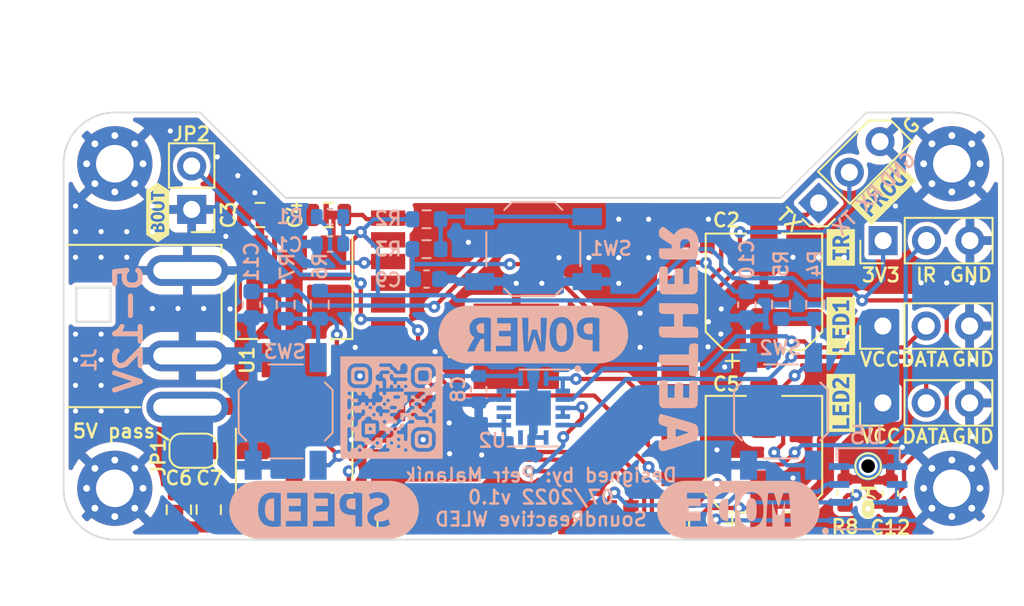
<source format=kicad_pcb>
(kicad_pcb (version 20211014) (generator pcbnew)
  (layers (0 "F.Cu" signal) (31 "B.Cu" signal) (34 "B.Paste" user) (35 "F.Paste" user) (36 "B.SilkS" user "B.Silkscreen") (37 "F.SilkS" user "F.Silkscreen") (38 "B.Mask" user) (39 "F.Mask" user) (44 "Edge.Cuts" user))
  (net 0 "")
  (net 1 "+3.3V")
  (net 2 "GND")
  (net 3 "+12V")
  (net 4 "+5V")
  (net 5 "/BTN_P")
  (net 6 "/BTN_M")
  (net 7 "/BTN_S")
  (net 8 "Net-(J2-Pad2)")
  (net 9 "Net-(J3-Pad2)")
  (net 10 "/IR")
  (net 11 "/TX")
  (net 12 "/RX")
  (net 13 "/BOOT")
  (net 14 "Net-(R1-Pad2)")
  (net 15 "Net-(R2-Pad2)")
  (net 16 "Net-(R4-Pad2)")
  (net 17 "Net-(R6-Pad2)")
  (net 18 "/LED_1")
  (net 19 "/LED_2")
  (net 26 "/I2S_SD")
  (net 31 "/I2S_SCK")
  (net 40 "/I2S_WS")
  (footprint "Package_TO_SOT_SMD:SOT-223-3_TabPin2" (layer "F.Cu") (at 133.5 91.35 -90)
    (fp_text reference "U1")
    (fp_text value "NCP1117-3.3V")
  )
  (footprint "kibuzzard-62D1B70F" (layer "F.Cu") (at 165.5 92.5 90)
    (fp_text reference "kibuzzard-62D1B70F" hide)
    (fp_text value "G***" hide)
  )
  (footprint "MountingHole:MountingHole_2.2mm_M2_Pad_Via" (layer "F.Cu") (at 172 83)
    (fp_text reference "H3" hide)
    (fp_text value "M2")
  )
  (footprint "Connector_PinHeader_2.54mm:PinHeader_1x03_P2.54mm_Vertical" (layer "F.Cu") (at 167.975 87.5 90)
    (fp_text reference "J4" hide)
    (fp_text value "IR")
  )
  (footprint "MountingHole:MountingHole_2.2mm_M2_Pad_Via" (layer "F.Cu") (at 123 102)
    (fp_text reference "H2" hide)
    (fp_text value "M2")
  )
  (footprint "RF_Module:ESP32-WROOM-32" (layer "F.Cu") (at 147.5 94.44)
    (fp_text reference "U3")
    (fp_text value "ESP32-WROOM-32D")
  )
  (footprint "kibuzzard-62D1B654" (layer "F.Cu") (at 168 84.7 45)
    (fp_text reference "kibuzzard-62D1B654" hide)
    (fp_text value "G***" hide)
  )
  (footprint "TCY_passives:C_0603_1608Metric" (layer "F.Cu") (at 168.4 102.3 90)
    (fp_text reference "C12")
    (fp_text value "100nF")
  )
  (footprint "kibuzzard-62D1B701" (layer "F.Cu") (at 165.5 97 90)
    (fp_text reference "kibuzzard-62D1B701" hide)
    (fp_text value "G***" hide)
  )
  (footprint "TCY_passives:C_0805_2012Metric" (layer "F.Cu") (at 128.5 103.25 -90)
    (fp_text reference "C7")
    (fp_text value "10uF")
  )
  (footprint "kibuzzard-62D2D12D" (layer "F.Cu") (at 125.51 85.86 90)
    (fp_text reference "kibuzzard-62D2D12D" hide)
    (fp_text value "G***" hide)
  )
  (footprint "TCY_connectors:Barrel_jack_short" (layer "F.Cu") (at 123.5 92.5)
    (fp_text reference "J1")
    (fp_text value "Barrel_Jack_Switch")
    (fp_rect (start -2.75 -2.25) (end -0.75 -0.25) (layer "Edge.Cuts") (width 0.12) (fill none))
  )
  (footprint "Connector_PinHeader_2.54mm:PinHeader_1x03_P2.54mm_Vertical" (layer "F.Cu") (at 167.96 92.5 90)
    (fp_text reference "J3" hide)
    (fp_text value "LED_2")
  )
  (footprint "TCY_passives:C_0805_2012Metric" (layer "F.Cu") (at 126.75 103.25 -90)
    (fp_text reference "C6")
    (fp_text value "10uF")
  )
  (footprint "Connector_PinHeader_2.54mm:PinHeader_1x03_P2.54mm_Vertical" (layer "F.Cu") (at 167.96 97 90)
    (fp_text reference "J2" hide)
    (fp_text value "LED_1")
  )
  (footprint "Package_TO_SOT_SMD:SOT-223-3_TabPin2" (layer "F.Cu") (at 133.5 100.35 -90)
    (fp_text reference "U4")
    (fp_text value "NCP1117-5.0_SOT223")
  )
  (footprint "MountingHole:MountingHole_2.2mm_M2_Pad_Via" (layer "F.Cu") (at 123 83)
    (fp_text reference "H1" hide)
    (fp_text value "M2")
  )
  (footprint "Jumper:SolderJumper-2_P1.3mm_Open_RoundedPad1.0x1.5mm" (layer "F.Cu") (at 127.6 99.8)
    (fp_text reference "JP1")
    (fp_text value "5V_PASSTHROUGH")
  )
  (footprint "Connector_PinHeader_2.54mm:PinHeader_1x02_P2.54mm_Vertical" (layer "F.Cu") (at 127.5 85.675 180)
    (fp_text reference "JP2")
    (fp_text value "BOOT")
  )
  (footprint "TCY_passives:C_0805_2012Metric" (layer "F.Cu") (at 131.5 86)
    (fp_text reference "C3")
    (fp_text value "10uF")
  )
  (footprint "Capacitor_SMD:CP_Elec_6.3x7.7" (layer "F.Cu") (at 161 100 90)
    (fp_text reference "C5")
    (fp_text value "330uF/16V")
  )
  (footprint "TCY_passives:C_0805_2012Metric" (layer "F.Cu") (at 135.5 86)
    (fp_text reference "C4")
    (fp_text value "10uF")
  )
  (footprint "Capacitor_SMD:CP_Elec_6.3x7.7" (layer "F.Cu") (at 161 90.5 90)
    (fp_text reference "C2")
    (fp_text value "330uF/16V")
  )
  (footprint "Connector_PinHeader_2.54mm:PinHeader_1x03_P2.54mm_Vertical" (layer "F.Cu") (at 164.203949 85.296051 135)
    (fp_text reference "J5" hide)
    (fp_text value "PROG")
  )
  (footprint "MountingHole:MountingHole_2.2mm_M2_Pad_Via" (layer "F.Cu") (at 172 102)
    (fp_text reference "H4" hide)
    (fp_text value "M2")
  )
  (footprint "TCY_passives:R_0603_1608Metric" (layer "F.Cu") (at 165.75 102.25 90)
    (fp_text reference "R8")
    (fp_text value "100k")
  )
  (footprint "kibuzzard-62D1B640" (layer "F.Cu") (at 165.5 87.9 90)
    (fp_text reference "kibuzzard-62D1B640" hide)
    (fp_text value "G***" hide)
  )
  (footprint "Resistor_SMD:R_0603_1608Metric" (layer "B.Cu") (at 164 91.25 -90)
    (fp_text reference "R4")
    (fp_text value "10k")
  )
  (footprint "Button_Switch_SMD:SW_SPST_TL3342" (layer "B.Cu") (at 133 97.5 -90)
    (fp_text reference "SW3")
    (fp_text value "S")
  )
  (footprint "TCY_passives:R_0603_1608Metric" (layer "B.Cu") (at 135.6 86.1 180)
    (fp_text reference "R1")
    (fp_text value "10k")
  )
  (footprint "LOGO" (layer "B.Cu") (at 156.025 93.375 90)
    (fp_text reference "G***" hide)
    (fp_text value "LOGO" hide)
  )
  (footprint "Resistor_SMD:R_0603_1608Metric" (layer "B.Cu") (at 162 91.25 -90)
    (fp_text reference "R5")
    (fp_text value "1k")
  )
  (footprint "Capacitor_SMD:C_0603_1608Metric" (layer "B.Cu") (at 160 91.25 -90)
    (fp_text reference "C10")
    (fp_text value "100nF")
  )
  (footprint "Button_Switch_SMD:SW_SPST_TL3342" (layer "B.Cu") (at 162 97.5 -90)
    (fp_text reference "SW2")
    (fp_text value "M")
  )
  (footprint "kibuzzard-62D13E43" (layer "B.Cu") (at 147.5 93 180)
    (fp_text reference "kibuzzard-62D13E43" hide)
    (fp_text value "G***" hide)
  )
  (footprint "Resistor_SMD:R_0603_1608Metric" (layer "B.Cu") (at 135 91.25 -90)
    (fp_text reference "R6")
    (fp_text value "10k")
  )
  (footprint "Resistor_SMD:R_0603_1608Metric" (layer "B.Cu") (at 133 91.25 -90)
    (fp_text reference "R7")
    (fp_text value "1k")
  )
  (footprint "Capacitor_SMD:C_0603_1608Metric" (layer "B.Cu") (at 141.25 89.75)
    (fp_text reference "C9")
    (fp_text value "100nF")
  )
  (footprint "kibuzzard-62D13E62" (layer "B.Cu") (at 159.5 103.25 180)
    (fp_text reference "kibuzzard-62D13E62" hide)
    (fp_text value "G***" hide)
  )
  (footprint "Resistor_SMD:R_0603_1608Metric" (layer "B.Cu") (at 141.25 88)
    (fp_text reference "R3")
    (fp_text value "1k")
  )
  (footprint "Resistor_SMD:R_0603_1608Metric" (layer "B.Cu") (at 141.25 86.25)
    (fp_text reference "R2")
    (fp_text value "10k")
  )
  (footprint "TCY_sensors:INMP441" (layer "B.Cu") (at 167.1 102.3)
    (fp_text reference "U5")
    (fp_text value "INMP441")
  )
  (footprint "Package_DFN_QFN:Texas_S-PVQFN-N14" (layer "B.Cu") (at 147.5 97.3 180)
    (fp_text reference "U2")
    (fp_text value "74LS32")
  )
  (footprint "Button_Switch_SMD:SW_SPST_TL3342" (layer "B.Cu") (at 147.5 88)
    (fp_text reference "SW1")
    (fp_text value "PWR")
  )
  (footprint "LOGO" (layer "B.Cu") (at 139.2 97.275 180)
    (fp_text reference "G***" hide)
    (fp_text value "LOGO" hide)
  )
  (footprint "TCY_passives:C_0603_1608Metric" (layer "B.Cu") (at 144.3 96.2 -90)
    (fp_text reference "C8")
    (fp_text value "100nF")
  )
  (footprint "Capacitor_SMD:C_0603_1608Metric" (layer "B.Cu") (at 131 91.25 -90)
    (fp_text reference "C11")
    (fp_text value "100nF")
  )
  (footprint "kibuzzard-62D13E5B" (layer "B.Cu") (at 135.25 103.25 180)
    (fp_text reference "kibuzzard-62D13E5B" hide)
    (fp_text value "G***" hide)
  )
  (footprint "TCY_passives:C_0603_1608Metric" (layer "B.Cu") (at 135.6 87.7 180)
    (fp_text reference "C1")
    (fp_text value "100nF")
  )
  (gr_circle (center 164.6 104.5) (end 164.7 104.5) (layer "B.SilkS") (width 0.2) (fill none))
  (gr_circle (center 150.1 95) (end 150.2 95) (layer "B.SilkS") (width 0.2) (fill none))
  (gr_line (start 125.5 98.75) (end 126.125 99.15) (layer "F.SilkS") (width 0.15))
  (gr_arc (start 175 102) (mid 174.12132 104.12132) (end 172 105) (layer "Edge.Cuts") (width 0.1))
  (gr_arc (start 172 80) (mid 174.12132 80.87868) (end 175 83) (layer "Edge.Cuts") (width 0.1))
  (gr_line (start 167 80) (end 172 80) (layer "Edge.Cuts") (width 0.1))
  (gr_line (start 162 85) (end 167 80) (layer "Edge.Cuts") (width 0.1))
  (gr_line (start 172 105) (end 123 105) (layer "Edge.Cuts") (width 0.1))
  (gr_line (start 175 83) (end 175 102) (layer "Edge.Cuts") (width 0.1))
  (gr_line (start 128 80) (end 123 80) (layer "Edge.Cuts") (width 0.1))
  (gr_arc (start 120 83) (mid 120.87868 80.87868) (end 123 80) (layer "Edge.Cuts") (width 0.1))
  (gr_arc (start 123 105) (mid 120.87868 104.12132) (end 120 102) (layer "Edge.Cuts") (width 0.1))
  (gr_line (start 120 102) (end 120 83) (layer "Edge.Cuts") (width 0.1))
  (gr_line (start 133 85) (end 162 85) (layer "Edge.Cuts") (width 0.1))
  (gr_line (start 133 85) (end 128 80) (layer "Edge.Cuts") (width 0.1))
  (gr_text "GND" (at 168.84 83.38 45) (layer "B.SilkS") (effects (font (size 0.8 0.8)) (justify mirror)))
  (gr_text "RX" (at 167.22 85.02 45) (layer "B.SilkS") (effects (font (size 0.8 0.8)) (justify mirror)))
  (gr_text "Designed by: Petr Malaník\n07/2022 v1.0\nSoundReactive WLED" (at 147.95 102.525) (layer "B.SilkS") (effects (font (size 0.8 0.8)) (justify mirror)))
  (gr_text "5-12V" (at 123.81 92.67 90) (layer "B.SilkS") (effects (font (size 1.5 1.5) (thickness 0.3)) (justify mirror)))
  (gr_text "TX" (at 165.75 86.48 45) (layer "B.SilkS") (effects (font (size 0.8 0.8)) (justify mirror)))
  (gr_text "IR" (at 170.5 89.52) (layer "F.SilkS") (effects (font (size 0.8 0.8))))
  (gr_text "G" (at 169.62 80.8 45) (layer "F.SilkS") (effects (font (size 0.8 0.8))))
  (gr_text "VCC" (at 167.85 98.96) (layer "F.SilkS") (effects (font (size 0.8 0.8))))
  (gr_text "GND" (at 173.24 94.45) (layer "F.SilkS") (effects (font (size 0.8 0.8))))
  (gr_text "DATA" (at 170.49 98.96) (layer "F.SilkS") (effects (font (size 0.8 0.8))))
  (gr_text "GND" (at 173.12 89.51) (layer "F.SilkS") (effects (font (size 0.8 0.8))))
  (gr_text "DATA" (at 170.42 94.46) (layer "F.SilkS") (effects (font (size 0.8 0.8))))
  (gr_text "VCC" (at 167.78 94.46) (layer "F.SilkS") (effects (font (size 0.8 0.8))))
  (gr_text "3V3" (at 167.85 89.52) (layer "F.SilkS") (effects (font (size 0.8 0.8))))
  (gr_text "TX" (at 162.47 86.28 315) (layer "F.SilkS") (effects (font (size 0.8 0.8))))
  (gr_text "5V pass" (at 122.95 98.65) (layer "F.SilkS") (effects (font (size 0.8 0.8))))
  (gr_text "GND" (at 173.24 98.96) (layer "F.SilkS") (effects (font (size 0.8 0.8))))
  (segment (start 137.915 87.515) (end 137.4 87) (width 0.25) (layer "F.Cu") (net 1))
  (segment (start 168.4 103.075) (end 168.4 102.682107) (width 0.25) (layer "F.Cu") (net 1))
  (segment (start 138.485 87.515) (end 137.915 87.515) (width 0.25) (layer "F.Cu") (net 1))
  (segment (start 136.9 87.5) (end 136.9 89.5) (width 0.25) (layer "F.Cu") (net 1))
  (segment (start 171.7 98.2) (end 171.7 91.8) (width 0.25) (layer "F.Cu") (net 1))
  (segment (start 168.4 103.075) (end 167.225 103.075) (width 0.25) (layer "F.Cu") (net 1))
  (segment (start 136.9 89.5) (end 136.7 89.7) (width 0.25) (layer "F.Cu") (net 1))
  (segment (start 168.4 102.682107) (end 169.2 101.882107) (width 0.25) (layer "F.Cu") (net 1))
  (segment (start 133.5 89.7) (end 133.5 94.5) (width 1) (layer "F.Cu") (net 1))
  (segment (start 169.2 100.7) (end 171.7 98.2) (width 0.25) (layer "F.Cu") (net 1))
  (segment (start 137.4 87) (end 136.9 87.5) (width 0.25) (layer "F.Cu") (net 1))
  (segment (start 133.5 88.2) (end 133.5 89.7) (width 1) (layer "F.Cu") (net 1))
  (segment (start 170.9 91) (end 166.745661 91) (width 0.25) (layer "F.Cu") (net 1))
  (segment (start 133.8 86) (end 134.5625 86) (width 0.5) (layer "F.Cu") (net 1))
  (segment (start 133.5 86.3) (end 133.8 86) (width 0.5) (layer "F.Cu") (net 1))
  (segment (start 136.7 89.7) (end 133.5 89.7) (width 0.25) (layer "F.Cu") (net 1))
  (segment (start 171.7 91.8) (end 170.9 91) (width 0.25) (layer "F.Cu") (net 1))
  (segment (start 133.5 88.2) (end 133.5 86.3) (width 0.5) (layer "F.Cu") (net 1))
  (segment (start 167.225 103.075) (end 167.1 103.2) (width 0.25) (layer "F.Cu") (net 1))
  (segment (start 169.2 101.882107) (end 169.2 100.7) (width 0.25) (layer "F.Cu") (net 1))
  (segment (start 139 87.515) (end 138.485 87.515) (width 0.25) (layer "F.Cu") (net 1))
  (via (at 166.745661 91) (size 0.7) (drill 0.3) (layers "F.Cu" "B.Cu") (net 1))
  (via (at 137.4 87) (size 0.7) (drill 0.3) (layers "F.Cu" "B.Cu") (net 1))
  (via (at 167.1 103.2) (size 0.7) (drill 0.3) (layers "F.Cu" "B.Cu") (net 1))
  (segment (start 143 91) (end 153.7 91) (width 0.25) (layer "B.Cu") (net 1))
  (segment (start 138.3 90.7) (end 138.5 90.7) (width 0.25) (layer "B.Cu") (net 1))
  (segment (start 135.275 90.7) (end 135 90.425) (width 0.25) (layer "B.Cu") (net 1))
  (segment (start 167.475 102.825) (end 167.1 103.2) (width 0.25) (layer "B.Cu") (net 1))
  (segment (start 167.975 87.5) (end 167.975 89.770661) (width 0.25) (layer "B.Cu") (net 1))
  (segment (start 138.1 90.7) (end 137.9 90.7) (width 0.25) (layer "B.Cu") (net 1))
  (segment (start 164 90.425) (end 166.170661 90.425) (width 0.25) (layer "B.Cu") (net 1))
  (segment (start 138.4 90.7) (end 138.4 88) (width 0.25) (layer "B.Cu") (net 1))
  (segment (start 159.2 89.7) (end 162.7 89.7) (width 0.25) (layer "B.Cu") (net 1))
  (segment (start 162.7 89.7) (end 163.425 90.425) (width 0.25) (layer "B.Cu") (net 1))
  (segment (start 138.5 90.7) (end 142.7 90.7) (width 0.25) (layer "B.Cu") (net 1))
  (segment (start 158.5 88.6) (end 158.5 89) (width 0.25) (layer "B.Cu") (net 1))
  (segment (start 158.5 89) (end 159.2 89.7) (width 0.25) (layer "B.Cu") (net 1))
  (segment (start 166.170661 90.425) (end 166.745661 91) (width 0.25) (layer "B.Cu") (net 1))
  (segment (start 138.4 88) (end 137.4 87) (width 0.25) (layer "B.Cu") (net 1))
  (segment (start 140.425 86.25) (end 138.15 86.25) (width 0.25) (layer "B.Cu") (net 1))
  (segment (start 138.15 86.25) (end 137.4 87) (width 0.25) (layer "B.Cu") (net 1))
  (segment (start 136.375 87.7) (end 136.375 86.975) (width 0.25) (layer "B.Cu") (net 1))
  (segment (start 168.8 102.825) (end 168.8 101.775) (width 0.25) (layer "B.Cu") (net 1))
  (segment (start 163.425 90.425) (end 164 90.425) (width 0.25) (layer "B.Cu") (net 1))
  (segment (start 156.7 88) (end 157.9 88) (width 0.25) (layer "B.Cu") (net 1))
  (segment (start 168.8 102.825) (end 167.475 102.825) (width 0.25) (layer "B.Cu") (net 1))
  (segment (start 153.7 91) (end 156.7 88) (width 0.25) (layer "B.Cu") (net 1))
  (segment (start 137.9 90.7) (end 138.5 90.7) (width 0.25) (layer "B.Cu") (net 1))
  (segment (start 167.975 89.770661) (end 166.745661 91) (width 0.25) (layer "B.Cu") (net 1))
  (segment (start 157.9 88) (end 158.5 88.6) (width 0.25) (layer "B.Cu") (net 1))
  (segment (start 137.4 87) (end 136.4 87) (width 0.25) (layer "B.Cu") (net 1))
  (segment (start 136.4 87) (end 136.375 86.975) (width 0.25) (layer "B.Cu") (net 1))
  (segment (start 136.375 86.975) (end 136.375 86.1) (width 0.25) (layer "B.Cu") (net 1))
  (segment (start 142.7 90.7) (end 143 91) (width 0.25) (layer "B.Cu") (net 1))
  (segment (start 137.9 90.7) (end 135.275 90.7) (width 0.25) (layer "B.Cu") (net 1))
  (segment (start 131.2 84.7) (end 130 84.7) (width 0.25) (layer "F.Cu") (net 2))
  (segment (start 130 84.7) (end 129.025 85.675) (width 0.25) (layer "F.Cu") (net 2))
  (segment (start 135.8 88.2) (end 135.8 86.2) (width 0.25) (layer "F.Cu") (net 2))
  (segment (start 139 86.245) (end 137.745 86.245) (width 0.25) (layer "F.Cu") (net 2))
  (segment (start 135.8 86.2) (end 136 86) (width 0.25) (layer "F.Cu") (net 2))
  (segment (start 137.5 86) (end 136.4375 86) (width 0.25) (layer "F.Cu") (net 2))
  (segment (start 129.025 85.675) (end 127.5 85.675) (width 0.25) (layer "F.Cu") (net 2))
  (segment (start 136 86) (end 136.4375 86) (width 0.25) (layer "F.Cu") (net 2))
  (segment (start 132.4375 86) (end 132.4375 85.2375) (width 0.25) (layer "F.Cu") (net 2))
  (segment (start 132.4375 85.2375) (end 131.9 84.7) (width 0.25) (layer "F.Cu") (net 2))
  (segment (start 131.9 84.7) (end 131.2 84.7) (width 0.25) (layer "F.Cu") (net 2))
  (segment (start 137.745 86.245) (end 137.5 86) (width 0.25) (layer "F.Cu") (net 2))
  (via (at 158.25 99.75) (size 0.7) (drill 0.3) (layers "F.Cu" "B.Cu") (net 2))
  (via (at 120.7 88.475) (size 0.7) (drill 0.3) (layers "F.Cu" "B.Cu") (net 2))
  (via (at 141.05 99.15) (size 0.7) (drill 0.3) (layers "F.Cu" "B.Cu") (net 2))
  (via (at 125.2 85.475) (size 0.7) (drill 0.3) (layers "F.Cu" "B.Cu") (net 2))
  (via (at 158.476293 92.969819) (size 0.7) (drill 0.3) (layers "F.Cu" "B.Cu") (net 2))
  (via (at 148 90) (size 0.7) (drill 0.3) (layers "F.Cu" "B.Cu") (net 2))
  (via (at 122.2 92.975) (size 0.7) (drill 0.3) (layers "F.Cu" "B.Cu") (net 2))
  (via (at 120.7 97.475) (size 0.7) (drill 0.3) (layers "F.Cu" "B.Cu") (net 2))
  (via (at 170.2 89.975) (size 0.7) (drill 0.3) (layers "F.Cu" "B.Cu") (net 2))
  (via (at 157.75 92.25) (size 0.7) (drill 0.3) (layers "F.Cu" "B.Cu") (net 2))
  (via (at 154.25 88.5) (size 0.7) (drill 0.3) (layers "F.Cu" "B.Cu") (net 2))
  (via (at 173.2 89.975) (size 0.7) (drill 0.3) (layers "F.Cu" "B.Cu") (net 2))
  (via (at 153.75 91.75) (size 0.7) (drill 0.3) (layers "F.Cu" "B.Cu") (net 2))
  (via (at 157.75 86.25) (size 0.7) (drill 0.3) (layers "F.Cu" "B.Cu") (net 2))
  (via (at 173.2 94.475) (size 0.7) (drill 0.3) (layers "F.Cu" "B.Cu") (net 2))
  (via (at 125.2 86.975) (size 0.7) (drill 0.3) (layers "F.Cu" "B.Cu") (net 2))
  (via (at 129.5 87.25) (size 0.7) (drill 0.3) (layers "F.Cu" "B.Cu") (net 2))
  (via (at 125.2 91.475) (size 0.7) (drill 0.3) (layers "F.Cu" "B.Cu") (net 2))
  (via (at 123.7 86.975) (size 0.7) (drill 0.3) (layers "F.Cu" "B.Cu") (net 2))
  (via (at 120.7 95.975) (size 0.7) (drill 0.3) (layers "F.Cu" "B.Cu") (net 2))
  (via (at 162.7 101.4) (size 0.7) (drill 0.3) (layers "F.Cu" "B.Cu") (net 2))
  (via (at 123.7 88.475) (size 0.7) (drill 0.3) (layers "F.Cu" "B.Cu") (net 2))
  (via (at 164.2 88.475) (size 0.7) (drill 0.3) (layers "F.Cu" "B.Cu") (net 2))
  (via (at 152.5 88.5) (size 0.7) (drill 0.3) (layers "F.Cu" "B.Cu") (net 2))
  (via (at 158.7 94.9) (size 0.7) (drill 0.3) (layers "F.Cu" "B.Cu") (net 2))
  (via (at 122.2 88.475) (size 0.7) (drill 0.3) (layers "F.Cu" "B.Cu") (net 2))
  (via (at 122.2 97.475) (size 0.7) (drill 0.3) (layers "F.Cu" "B.Cu") (net 2))
  (via (at 142.575 98.175) (size 0.7) (drill 0.3) (layers "F.Cu" "B.Cu") (net 2))
  (via (at 149 88.5) (size 0.7) (drill 0.3) (layers "F.Cu" "B.Cu") (net 2))
  (via (at 123.7 97.475) (size 0.7) (drill 0.3) (layers "F.Cu" "B.Cu") (net 2))
  (via (at 130.2 83.7) (size 0.7) (drill 0.3) (layers "F.Cu" "B.Cu") (net 2))
  (via (at 152.5 90) (size 0.7) (drill 0.3) (layers "F.Cu" "B.Cu") (net 2))
  (via (at 143.7 87.6) (size 0.7) (drill 0.3) (layers "F.Cu" "B.Cu") (net 2))
  (via (at 136.85 99.15) (size 0.7) (drill 0.3) (layers "F.Cu" "B.Cu") (net 2))
  (via (at 137.35 95.425) (size 0.7) (drill 0.3) (layers "F.Cu" "B.Cu") (net 2))
  (via (at 131.2 84.7) (size 0.7) (drill 0.3) (layers "F.Cu" "B.Cu") (net 2))
  (via (at 162.7 88.475) (size 0.7) (drill 0.3) (layers "F.Cu" "B.Cu") (net 2))
  (via (at 157.726519 93.719592) (size 0.7) (drill 0.3) (layers "F.Cu" "B.Cu") (net 2))
  (via (at 173.2 98.975) (size 0.7) (drill 0.3) (layers "F.Cu" "B.Cu") (net 2))
  (via (at 137.075 93.75) (size 0.7) (drill 0.3) (layers "F.Cu" "B.Cu") (net 2))
  (via (at 153.75 93.75) (size 0.7) (drill 0.3) (layers "F.Cu" "B.Cu") (net 2))
  (via (at 126.7 91.475) (size 0.7) (drill 0.3) (layers "F.Cu" "B.Cu") (net 2))
  (via (at 120.7 86.975) (size 0.7) (drill 0.3) (layers "F.Cu" "B.Cu") (net 2))
  (via (at 168.7 85.475) (size 0.7) (drill 0.3) (layers "F.Cu" "B.Cu") (net 2))
  (via (at 165.7 88.475) (size 0.7) (drill 0.3) (layers "F.Cu" "B.Cu") (net 2))
  (via (at 122.2 95.975) (size 0.7) (drill 0.3) (layers "F.Cu" "B.Cu") (net 2))
  (via (at 126.25 81.08) (size 0.7) (drill 0.3) (layers "F.Cu" "B.Cu") (net 2))
  (via (at 171.7 89.975) (size 0.7) (drill 0.3) (layers "F.Cu" "B.Cu") (net 2))
  (via (at 142.6 99.975) (size 0.7) (drill 0.3) (layers "F.Cu" "B.Cu") (net 2))
  (via (at 154.25 86.25) (size 0.7) (drill 0.3) (layers "F.Cu" "B.Cu") (net 2))
  (via (at 129.75 91.5) (size 0.7) (drill 0.3) (layers "F.Cu" "B.Cu") (net 2))
  (via (at 152.5 86.25) (size 0.7) (drill 0.3) (layers "F.Cu" "B.Cu") (net 2))
  (via (at 122.2 94.475) (size 0.7) (drill 0.3) (layers "F.Cu" "B.Cu") (net 2))
  (via (at 158.5 91.5) (size 0.7) (drill 0.3) (layers "F.Cu" "B.Cu") (net 2))
  (via (at 141.75 94) (size 0.7) (drill 0.3) (layers "F.Cu" "B.Cu") (net 2))
  (via (at 150.75 88.5) (size 0.7) (drill 0.3) (layers "F.Cu" "B.Cu") (net 2))
  (via (at 120.7 85.475) (size 0.7) (drill 0.3) (layers "F.Cu" "B.Cu") (net 2))
  (via (at 146.5 90) (size 0.7) (drill 0.3) (layers "F.Cu" "B.Cu") (net 2))
  (via (at 122.2 86.975) (size 0.7) (drill 0.3) (layers "F.Cu" "B.Cu") (net 2))
  (via (at 120.7 92.975) (size 0.7) (drill 0.3) (layers "F.Cu" "B.Cu") (net 2))
  (via (at 120.7 94.475) (size 0.7) (drill 0.3) (layers "F.Cu" "B.Cu") (net 2))
  (via (at 144.475 100.05) (size 0.7) (drill 0.3) (layers "F.Cu" "B.Cu") (net 2))
  (via (at 169.1 99.6) (size 0.7) (drill 0.3) (layers "F.Cu" "B.Cu") (net 2))
  (via (at 129 82.6) (size 0.7) (drill 0.3) (layers "F.Cu" "B.Cu") (net 2))
  (via (at 128.2 91.475) (size 0.7) (drill 0.3) (layers "F.Cu" "B.Cu") (net 2))
  (segment (start 131 94.25) (end 131.1 94.35) (width 1) (layer "B.Cu") (net 2))
  (segment (start 165.4 100.725) (end 166.325499 100.725) (width 0.25) (layer "B.Cu") (net 2))
  (segment (start 170.125 103.875) (end 170.833274 103.166726) (width 0.25) (layer "B.Cu") (net 2))
  (segment (start 145.775 96.8) (end 144.9 96.8) (width 0.25) (layer "B.Cu") (net 2))
  (segment (start 168.8 103.875) (end 170.125 103.875) (width 0.25) (layer "B.Cu") (net 2))
  (segment (start 127.25 94.25) (end 131 94.25) (width 1) (layer "B.Cu") (net 2))
  (segment (start 144.9 96.8) (end 144.725 96.975) (width 0.25) (layer "B.Cu") (net 2))
  (segment (start 144.725 96.975) (end 144.3 96.975) (width 0.25) (layer "B.Cu") (net 2))
  (segment (start 168.8 100.725) (end 167.874501 100.725) (width 0.25) (layer "B.Cu") (net 2))
  (segment (start 166.8 97) (end 164.6 99.2) (width 1) (layer "F.Cu") (net 3))
  (segment (start 126.95 99.8) (end 126.95 97.55) (width 1) (layer "F.Cu") (net 3))
  (segment (start 131.2 97.2) (end 127.3 97.2) (width 1) (layer "F.Cu") (net 3))
  (segment (start 164.1 92) (end 164.6 92.5) (width 1) (layer "F.Cu") (net 3))
  (segment (start 164.6 92.5) (end 167.96 92.5) (width 1) (layer "F.Cu") (net 3))
  (segment (start 126.95 101.3) (end 126.95 99.8) (width 0.5) (layer "F.Cu") (net 3))
  (segment (start 164.6 101.8) (end 163.7 102.7) (width 1) (layer "F.Cu") (net 3))
  (segment (start 161 92.2) (end 161.2 92) (width 1) (layer "F.Cu") (net 3))
  (segment (start 131.2 88.2) (end 131.2 87.8) (width 0.5) (layer "F.Cu") (net 3))
  (segment (start 131.2 91.8) (end 131.2 88.2) (width 1) (layer "F.Cu") (net 3))
  (segment (start 163.7 102.7) (end 161 102.7) (width 1) (layer "F.Cu") (net 3))
  (segment (start 130.5 92.5) (end 131.2 91.8) (width 1) (layer "F.Cu") (net 3))
  (segment (start 131.2 87.8) (end 131.5 87.5) (width 0.5) (layer "F.Cu") (net 3))
  (segment (start 131.2 96.2) (end 130.5 95.5) (width 1) (layer "F.Cu") (net 3))
  (segment (start 131.5 86.25) (end 131.25 86) (width 0.5) (layer "F.Cu") (net 3))
  (segment (start 131.25 86) (end 130.5625 86) (width 0.5) (layer "F.Cu") (net 3))
  (segment (start 161.2 92) (end 164.1 92) (width 1) (layer "F.Cu") (net 3))
  (segment (start 164.6 99.2) (end 164.6 101.8) (width 1) (layer "F.Cu") (net 3))
  (segment (start 167.95 97) (end 166.8 97) (width 1) (layer "F.Cu") (net 3))
  (segment (start 126.95 97.55) (end 127.25 97.25) (width 1) (layer "F.Cu") (net 3))
  (segment (start 161 93.2) (end 161 92.2) (width 1) (layer "F.Cu") (net 3))
  (segment (start 126.75 102.3125) (end 126.75 101.5) (width 0.5) (layer "F.Cu") (net 3))
  (segment (start 131.2 97.2) (end 131.2 96.2) (width 1) (layer "F.Cu") (net 3))
  (segment (start 131.5 87.5) (end 131.5 86.25) (width 0.5) (layer "F.Cu") (net 3))
  (segment (start 127.3 97.2) (end 127.25 97.25) (width 1) (layer "F.Cu") (net 3))
  (segment (start 130.5 95.5) (end 130.5 92.5) (width 1) (layer "F.Cu") (net 3))
  (segment (start 126.75 101.5) (end 126.95 101.3) (width 0.5) (layer "F.Cu") (net 3))
  (segment (start 127.25 97.9) (end 127.25 101.3) (width 3) (layer "B.Cu") (net 3))
  (segment (start 129.1 103.2) (end 148.175 103.2) (width 3) (layer "B.Cu") (net 3))
  (segment (start 127.25 101.35) (end 129.1 103.2) (width 3) (layer "B.Cu") (net 3))
  (segment (start 153.9255 97.4495) (end 165.1505 97.4495) (width 3) (layer "B.Cu") (net 3))
  (segment (start 148.175 103.2) (end 153.9255 97.4495) (width 3) (layer "B.Cu") (net 3))
  (segment (start 133.5 103.5) (end 133.5 99.75) (width 1) (layer "F.Cu") (net 4))
  (segment (start 129.8125 102.3125) (end 131 103.5) (width 0.5) (layer "F.Cu") (net 4))
  (segment (start 128.5 102.3125) (end 129.8125 102.3125) (width 0.5) (layer "F.Cu") (net 4))
  (segment (start 131 103.5) (end 133.5 103.5) (width 0.5) (layer "F.Cu") (net 4))
  (segment (start 135.6 103.5) (end 136.7 102.4) (width 0.25) (layer "F.Cu") (net 4))
  (segment (start 133.5 103.5) (end 135.6 103.5) (width 0.25) (layer "F.Cu") (net 4))
  (segment (start 128.25 99.8) (end 133.45 99.8) (width 1) (layer "F.Cu") (net 4))
  (segment (start 136.7 102.4) (end 136.7 101) (width 0.25) (layer "F.Cu") (net 4))
  (segment (start 133.45 99.8) (end 133.5 99.75) (width 1) (layer "F.Cu") (net 4))
  (segment (start 133.5 99.75) (end 133.5 97.2) (width 1) (layer "F.Cu") (net 4))
  (via (at 136.7 101) (size 0.7) (drill 0.3) (layers "F.Cu" "B.Cu") (net 4))
  (segment (start 142.275 95.425) (end 136.7 101) (width 0.25) (layer "B.Cu") (net 4))
  (segment (start 144.3 95.425) (end 142.275 95.425) (width 0.25) (layer "B.Cu") (net 4))
  (segment (start 146.725 95.425) (end 144.3 95.425) (width 0.25) (layer "B.Cu") (net 4))
  (segment (start 146.75 95.45) (end 146.725 95.425) (width 0.25) (layer "B.Cu") (net 4))
  (segment (start 146.75 95.575) (end 146.75 95.45) (width 0.25) (layer "B.Cu") (net 4))
  (segment (start 151.795 92.595) (end 148.075 88.875) (width 0.25) (layer "F.Cu") (net 5))
  (segment (start 156 92.595) (end 151.795 92.595) (width 0.25) (layer "F.Cu") (net 5))
  (segment (start 148.075 88.875) (end 146.125 88.875) (width 0.25) (layer "F.Cu") (net 5))
  (via (at 146.125 88.875) (size 0.7) (drill 0.3) (layers "F.Cu" "B.Cu") (net 5))
  (segment (start 140.425 89.7) (end 140.475 89.75) (width 0.25) (layer "B.Cu") (net 5))
  (segment (start 140.475 88.875) (end 146.125 88.875) (width 0.25) (layer "B.Cu") (net 5))
  (segment (start 140.425 88.825) (end 140.475 88.875) (width 0.25) (layer "B.Cu") (net 5))
  (segment (start 140.425 88.825) (end 140.425 89.7) (width 0.25) (layer "B.Cu") (net 5))
  (segment (start 140.425 88) (end 140.425 88.825) (width 0.25) (layer "B.Cu") (net 5))
  (segment (start 157.585 88.785) (end 157.6 88.8) (width 0.25) (layer "F.Cu") (net 6))
  (segment (start 156 88.785) (end 157.585 88.785) (width 0.25) (layer "F.Cu") (net 6))
  (via (at 157.6 88.8) (size 0.7) (drill 0.3) (layers "F.Cu" "B.Cu") (net 6))
  (segment (start 160 90.475) (end 161.95 90.475) (width 0.25) (layer "B.Cu") (net 6))
  (segment (start 160 90.475) (end 159.275 90.475) (width 0.25) (layer "B.Cu") (net 6))
  (segment (start 161.95 90.475) (end 162 90.425) (width 0.25) (layer "B.Cu") (net 6))
  (segment (start 159.275 90.475) (end 157.6 88.8) (width 0.25) (layer "B.Cu") (net 6))
  (segment (start 156 87.515) (end 145.5595 87.515) (width 0.25) (layer "F.Cu") (net 7))
  (segment (start 145.5595 87.515) (end 141.7 91.3745) (width 0.25) (layer "F.Cu") (net 7))
  (via (at 141.7 91.3745) (size 0.7) (drill 0.3) (layers "F.Cu" "B.Cu") (net 7))
  (segment (start 133.725 90.425) (end 134.6 91.3) (width 0.25) (layer "B.Cu") (net 7))
  (segment (start 141.6255 91.3) (end 141.7 91.3745) (width 0.25) (layer "B.Cu") (net 7))
  (segment (start 133 90.425) (end 131.05 90.425) (width 0.25) (layer "B.Cu") (net 7))
  (segment (start 133 90.425) (end 133.725 90.425) (width 0.25) (layer "B.Cu") (net 7))
  (segment (start 131.05 90.425) (end 131 90.475) (width 0.25) (layer "B.Cu") (net 7))
  (segment (start 134.6 91.3) (end 141.6255 91.3) (width 0.25) (layer "B.Cu") (net 7))
  (segment (start 169.8 94.3) (end 170.5 95) (width 0.25) (layer "F.Cu") (net 8))
  (segment (start 170.5 95) (end 170.5 97) (width 0.25) (layer "F.Cu") (net 8))
  (segment (start 162.6 94.3) (end 169.8 94.3) (width 0.25) (layer "F.Cu") (net 8))
  (via (at 162.6 94.3) (size 0.7) (drill 0.3) (layers "F.Cu" "B.Cu") (net 8))
  (segment (start 161.3 95.6) (end 162.6 94.3) (width 0.25) (layer "B.Cu") (net 8))
  (segment (start 152.946444 95.6) (end 161.3 95.6) (width 0.25) (layer "B.Cu") (net 8))
  (segment (start 149.225 98.3) (end 150.246444 98.3) (width 0.25) (layer "B.Cu") (net 8))
  (segment (start 150.246444 98.3) (end 152.946444 95.6) (width 0.25) (layer "B.Cu") (net 8))
  (segment (start 163.35 93.4) (end 163.7 93.75) (width 0.25) (layer "F.Cu") (net 9))
  (segment (start 163.7 93.75) (end 169.25 93.75) (width 0.25) (layer "F.Cu") (net 9))
  (segment (start 169.25 93.75) (end 170.5 92.5) (width 0.25) (layer "F.Cu") (net 9))
  (segment (start 162.6 93.4) (end 163.35 93.4) (width 0.25) (layer "F.Cu") (net 9))
  (via (at 162.6 93.4) (size 0.7) (drill 0.3) (layers "F.Cu" "B.Cu") (net 9))
  (segment (start 162.3 93.1) (end 159.4 93.1) (width 0.25) (layer "B.Cu") (net 9))
  (segment (start 157.5 95) (end 151.592224 95) (width 0.25) (layer "B.Cu") (net 9))
  (segment (start 159.4 93.1) (end 157.5 95) (width 0.25) (layer "B.Cu") (net 9))
  (segment (start 149.792224 96.8) (end 149.225 96.8) (width 0.25) (layer "B.Cu") (net 9))
  (segment (start 151.592224 95) (end 149.792224 96.8) (width 0.25) (layer "B.Cu") (net 9))
  (segment (start 162.6 93.4) (end 162.3 93.1) (width 0.25) (layer "B.Cu") (net 9))
  (segment (start 156 101.485) (end 157.265 101.485) (width 0.25) (layer "F.Cu") (net 10))
  (segment (start 157.265 101.485) (end 158.15 100.6) (width 0.25) (layer "F.Cu") (net 10))
  (segment (start 158.15 100.6) (end 162.1 100.6) (width 0.25) (layer "F.Cu") (net 10))
  (segment (start 162.1 100.6) (end 162.8 99.9) (width 0.25) (layer "F.Cu") (net 10))
  (via (at 162.8 99.9) (size 0.7) (drill 0.3) (layers "F.Cu" "B.Cu") (net 10))
  (segment (start 169.3 98.2) (end 168.025 99.475) (width 0.25) (layer "B.Cu") (net 10))
  (segment (start 169.3 88.715) (end 169.3 98.2) (width 0.25) (layer "B.Cu") (net 10))
  (segment (start 170.515 87.5) (end 169.3 88.715) (width 0.25) (layer "B.Cu") (net 10))
  (segment (start 168.025 99.475) (end 163.225 99.475) (width 0.25) (layer "B.Cu") (net 10))
  (segment (start 163.225 99.475) (end 162.8 99.9) (width 0.25) (layer "B.Cu") (net 10))
  (segment (start 159.65 85.6) (end 161.663173 85.6) (width 0.25) (layer "F.Cu") (net 11))
  (segment (start 162.063173 86) (end 163.5 86) (width 0.25) (layer "F.Cu") (net 11))
  (segment (start 158.5 89.1) (end 158.5 86.75) (width 0.25) (layer "F.Cu") (net 11))
  (segment (start 161.663173 85.6) (end 162.063173 86) (width 0.25) (layer "F.Cu") (net 11))
  (segment (start 156 90.055) (end 157.545 90.055) (width 0.25) (layer "F.Cu") (net 11))
  (segment (start 157.545 90.055) (end 158.5 89.1) (width 0.25) (layer "F.Cu") (net 11))
  (segment (start 158.5 86.75) (end 159.65 85.6) (width 0.25) (layer "F.Cu") (net 11))
  (segment (start 163.5 86) (end 164.203949 85.296051) (width 0.25) (layer "F.Cu") (net 11))
  (segment (start 159.6 89) (end 159.6 87) (width 0.25) (layer "F.Cu") (net 12))
  (segment (start 157.275 91.325) (end 159.6 89) (width 0.25) (layer "F.Cu") (net 12))
  (segment (start 156 91.325) (end 157.275 91.325) (width 0.25) (layer "F.Cu") (net 12))
  (via (at 159.6 87) (size 0.7) (drill 0.3) (layers "F.Cu" "B.Cu") (net 12))
  (segment (start 166 85.5) (end 164.5 87) (width 0.25) (layer "B.Cu") (net 12))
  (segment (start 166 83.5) (end 166 85.5) (width 0.25) (layer "B.Cu") (net 12))
  (segment (start 164.5 87) (end 159.6 87) (width 0.25) (layer "B.Cu") (net 12))
  (segment (start 151.07 96.57) (end 153.25 98.75) (width 0.25) (layer "F.Cu") (net 13))
  (segment (start 137.4 90) (end 137.4 92.1) (width 0.25) (layer "F.Cu") (net 13))
  (segment (start 140.75 92.75) (end 140.75 94.25) (width 0.25) (layer "F.Cu") (net 13))
  (segment (start 153.25 98.75) (end 153.25 99.75) (width 0.25) (layer "F.Cu") (net 13))
  (segment (start 153.25 99.75) (end 154.25 100.75) (width 0.25) (layer "F.Cu") (net 13))
  (segment (start 157.245 102.755) (end 158.25 101.75) (width 0.25) (layer "F.Cu") (net 13))
  (segment (start 156 102.755) (end 157.245 102.755) (width 0.25) (layer "F.Cu") (net 13))
  (segment (start 143.07 96.57) (end 151.07 96.57) (width 0.25) (layer "F.Cu") (net 13))
  (segment (start 140.75 94.25) (end 143.07 96.57) (width 0.25) (layer "F.Cu") (net 13))
  (via (at 137.4 92.1) (size 0.7) (drill 0.3) (layers "F.Cu" "B.Cu") (net 13))
  (via (at 158.25 101.75) (size 0.7) (drill 0.3) (layers "F.Cu" "B.Cu") (net 13))
  (via (at 154.25 100.75) (size 0.7) (drill 0.3) (layers "F.Cu" "B.Cu") (net 13))
  (via (at 137.4 90) (size 0.7) (drill 0.3) (layers "F.Cu" "B.Cu") (net 13))
  (via (at 140.75 92.75) (size 0.7) (drill 0.3) (layers "F.Cu" "B.Cu") (net 13))
  (segment (start 158.25 101.75) (end 155.25 101.75) (width 0.25) (layer "B.Cu") (net 13))
  (segment (start 133.865 89.5) (end 136.9 89.5) (width 0.25) (layer "B.Cu") (net 13))
  (segment (start 127.5 83.135) (end 133.865 89.5) (width 0.25) (layer "B.Cu") (net 13))
  (segment (start 136.9 89.5) (end 137.4 90) (width 0.25) (layer "B.Cu") (net 13))
  (segment (start 140.1 92.1) (end 140.75 92.75) (width 0.25) (layer "B.Cu") (net 13))
  (segment (start 137.4 92.1) (end 140.1 92.1) (width 0.25) (layer "B.Cu") (net 13))
  (segment (start 155.25 101.75) (end 154.25 100.75) (width 0.25) (layer "B.Cu") (net 13))
  (segment (start 139 88.785) (end 137.615 88.785) (width 0.25) (layer "F.Cu") (net 14))
  (segment (start 137.615 88.785) (end 137.6 88.8) (width 0.25) (layer "F.Cu") (net 14))
  (via (at 137.6 88.8) (size 0.7) (drill 0.3) (layers "F.Cu" "B.Cu") (net 14))
  (segment (start 135.6 86.875) (end 135.6 88.082107) (width 0.25) (layer "B.Cu") (net 14))
  (segment (start 136.317893 88.8) (end 137.6 88.8) (width 0.25) (layer "B.Cu") (net 14))
  (segment (start 134.825 86.1) (end 135.6 86.875) (width 0.25) (layer "B.Cu") (net 14))
  (segment (start 135.6 88.082107) (end 136.317893 88.8) (width 0.25) (layer "B.Cu") (net 14))
  (segment (start 142.225 86.1) (end 142.075 86.25) (width 0.25) (layer "B.Cu") (net 15))
  (segment (start 142.075 86.25) (end 142.075 88) (width 0.25) (layer "B.Cu") (net 15))
  (segment (start 144.35 86.1) (end 142.225 86.1) (width 0.25) (layer "B.Cu") (net 15))
  (segment (start 150.65 86.1) (end 144.35 86.1) (width 0.25) (layer "B.Cu") (net 15))
  (segment (start 162.8 95.4) (end 162.1255 96.0745) (width 0.25) (layer "F.Cu") (net 16))
  (segment (start 162.1255 96.0745) (end 162.1255 99.3745) (width 0.25) (layer "F.Cu") (net 16))
  (segment (start 162.1255 99.3745) (end 161.6 99.9) (width 0.25) (layer "F.Cu") (net 16))
  (via (at 161.6 99.9) (size 0.7) (drill 0.3) (layers "F.Cu" "B.Cu") (net 16))
  (via (at 162.8 95.4) (size 0.7) (drill 0.3) (layers "F.Cu" "B.Cu") (net 16))
  (segment (start 162.85 95.4) (end 162.8 95.4) (width 0.25) (layer "B.Cu") (net 16))
  (segment (start 162.35 100.65) (end 161.6 99.9) (width 0.25) (layer "B.Cu") (net 16))
  (segment (start 164 92.075) (end 162 92.075) (width 0.25) (layer "B.Cu") (net 16))
  (segment (start 163.9 100.65) (end 162.35 100.65) (width 0.25) (layer "B.Cu") (net 16))
  (segment (start 163.9 92.175) (end 164 92.075) (width 0.25) (layer "B.Cu") (net 16))
  (segment (start 163.9 94.35) (end 163.9 92.175) (width 0.25) (layer "B.Cu") (net 16))
  (segment (start 163.9 94.35) (end 162.85 95.4) (width 0.25) (layer "B.Cu") (net 16))
  (segment (start 134.875 95.825) (end 135.725 95.825) (width 0.25) (layer "F.Cu") (net 17))
  (segment (start 134.6 98.6) (end 134.6 96.1) (width 0.25) (layer "F.Cu") (net 17))
  (segment (start 136.1 100.1) (end 134.8 98.8) (width 0.25) (layer "F.Cu") (net 17))
  (segment (start 136 95.55) (end 136 93) (width 0.25) (layer "F.Cu") (net 17))
  (segment (start 134.6 96.1) (end 134.875 95.825) (width 0.25) (layer "F.Cu") (net 17))
  (segment (start 134.8 98.8) (end 134.6 98.6) (width 0.25) (layer "F.Cu") (net 17))
  (segment (start 135.725 95.825) (end 136 95.55) (width 0.25) (layer "F.Cu") (net 17))
  (via (at 136 93) (size 0.7) (drill 0.3) (layers "F.Cu" "B.Cu") (net 17))
  (via (at 136.1 100.1) (size 0.7) (drill 0.3) (layers "F.Cu" "B.Cu") (net 17))
  (segment (start 136 92.4) (end 135.675 92.075) (width 0.25) (layer "B.Cu") (net 17))
  (segment (start 134.9 92.175) (end 135 92.075) (width 0.25) (layer "B.Cu") (net 17))
  (segment (start 133 92.075) (end 135 92.075) (width 0.25) (layer "B.Cu") (net 17))
  (segment (start 136 93) (end 136 92.4) (width 0.25) (layer "B.Cu") (net 17))
  (segment (start 135.55 100.65) (end 136.1 100.1) (width 0.25) (layer "B.Cu") (net 17))
  (segment (start 135.675 92.075) (end 135 92.075) (width 0.25) (layer "B.Cu") (net 17))
  (segment (start 134.9 94.35) (end 134.9 92.175) (width 0.25) (layer "B.Cu") (net 17))
  (segment (start 134.9 100.65) (end 135.55 100.65) (width 0.25) (layer "B.Cu") (net 17))
  (segment (start 150.348056 97.901944) (end 150.348056 97.2445) (width 0.25) (layer "F.Cu") (net 18))
  (segment (start 153.215 102.215) (end 152 101) (width 0.25) (layer "F.Cu") (net 18))
  (segment (start 149.25 99) (end 150.348056 97.901944) (width 0.25) (layer "F.Cu") (net 18))
  (segment (start 153.215 103.755) (end 153.215 102.215) (width 0.25) (layer "F.Cu") (net 18))
  (segment (start 152 101) (end 147.25 101) (width 0.25) (layer "F.Cu") (net 18))
  (via (at 149.25 99) (size 0.7) (drill 0.3) (layers "F.Cu" "B.Cu") (net 18))
  (via (at 147.25 101) (size 0.7) (drill 0.3) (layers "F.Cu" "B.Cu") (net 18))
  (via (at 150.348056 97.2445) (size 0.7) (drill 0.3) (layers "F.Cu" "B.Cu") (net 18))
  (segment (start 149.225 97.3) (end 149.225 97.8) (width 0.25) (layer "B.Cu") (net 18))
  (segment (start 147.25 101) (end 147.75 101) (width 0.25) (layer "B.Cu") (net 18))
  (segment (start 149.225 97.3) (end 150.292556 97.3) (width 0.25) (layer "B.Cu") (net 18))
  (segment (start 149.25 99.5) (end 149.25 99) (width 0.25) (layer "B.Cu") (net 18))
  (segment (start 150.292556 97.3) (end 150.348056 97.2445) (width 0.25) (layer "B.Cu") (net 18))
  (segment (start 147.75 101) (end 149.25 99.5) (width 0.25) (layer "B.Cu") (net 18))
  (segment (start 152.9 95.6) (end 150 95.6) (width 0.25) (layer "F.Cu") (net 19))
  (segment (start 154.9825 100.215) (end 154.2 99.4325) (width 0.25) (layer "F.Cu") (net 19))
  (segment (start 156 100.215) (end 154.9825 100.215) (width 0.25) (layer "F.Cu") (net 19))
  (segment (start 154.2 96.9) (end 152.9 95.6) (width 0.25) (layer "F.Cu") (net 19))
  (segment (start 154.2 99.4325) (end 154.2 96.9) (width 0.25) (layer "F.Cu") (net 19))
  (via (at 150 95.6) (size 0.7) (drill 0.3) (layers "F.Cu" "B.Cu") (net 19))
  (segment (start 149.225 96.3) (end 149.225 95.6) (width 0.25) (layer "B.Cu") (net 19))
  (segment (start 148.825 95.575) (end 148.25 95.575) (width 0.25) (layer "B.Cu") (net 19))
  (segment (start 149.975 95.575) (end 150 95.6) (width 0.25) (layer "B.Cu") (net 19))
  (segment (start 148.825 95.575) (end 149.975 95.575) (width 0.25) (layer "B.Cu") (net 19))
  (segment (start 157 103.9) (end 157.748056 103.151944) (width 0.25) (layer "F.Cu") (net 26))
  (segment (start 157.748056 103.151944) (end 159.551944 103.151944) (width 0.25) (layer "F.Cu") (net 26))
  (segment (start 154.7 103.9) (end 157 103.9) (width 0.25) (layer "F.Cu") (net 26))
  (segment (start 154.439501 103.639501) (end 154.7 103.9) (width 0.25) (layer "F.Cu") (net 26))
  (segment (start 165.75 103.025) (end 165.75 102.55) (width 0.25) (layer "F.Cu") (net 26))
  (segment (start 145.475999 99.875999) (end 152.300999 99.875999) (width 0.25) (layer "F.Cu") (net 26))
  (segment (start 165.9 102.4) (end 166.4 102.4) (width 0.25) (layer "F.Cu") (net 26))
  (segment (start 165.75 102.55) (end 165.9 102.4) (width 0.25) (layer "F.Cu") (net 26))
  (segment (start 152.300999 99.875999) (end 154.439501 102.014501) (width 0.25) (layer "F.Cu") (net 26))
  (segment (start 140.735 95.135) (end 145.475999 99.875999) (width 0.25) (layer "F.Cu") (net 26))
  (segment (start 139 95.135) (end 140.735 95.135) (width 0.25) (layer "F.Cu") (net 26))
  (segment (start 154.439501 102.014501) (end 154.439501 103.639501) (width 0.25) (layer "F.Cu") (net 26))
  (via (at 159.551944 103.151944) (size 0.7) (drill 0.3) (layers "F.Cu" "B.Cu") (net 26))
  (via (at 166.4 102.4) (size 0.7) (drill 0.3) (layers "F.Cu" "B.Cu") (net 26))
  (segment (start 165.975 102.825) (end 166.4 102.4) (width 0.25) (layer "B.Cu") (net 26))
  (segment (start 159.998056 103.151944) (end 160.325 102.825) (width 0.25) (layer "B.Cu") (net 26))
  (segment (start 165.4 102.825) (end 165.975 102.825) (width 0.25) (layer "B.Cu") (net 26))
  (segment (start 165.4 102.825) (end 160.325 102.825) (width 0.25) (layer "B.Cu") (net 26))
  (segment (start 159.551944 103.151944) (end 159.998056 103.151944) (width 0.25) (layer "B.Cu") (net 26))
  (segment (start 145.322556 100.3255) (end 152.0755 100.3255) (width 0.25) (layer "F.Cu") (net 31))
  (segment (start 153.99 103.82569) (end 154.56431 104.4) (width 0.25) (layer "F.Cu") (net 31))
  (segment (start 152.0755 100.3255) (end 153.99 102.24) (width 0.25) (layer "F.Cu") (net 31))
  (segment (start 139 101.485) (end 144.163056 101.485) (width 0.25) (layer "F.Cu") (net 31))
  (segment (start 144.163056 101.485) (end 145.322556 100.3255) (width 0.25) (layer "F.Cu") (net 31))
  (segment (start 157.7 104.4) (end 158.2 103.9) (width 0.25) (layer "F.Cu") (net 31))
  (segment (start 153.99 102.24) (end 153.99 103.82569) (width 0.25) (layer "F.Cu") (net 31))
  (segment (start 158.2 103.9) (end 158.2 103.826444) (width 0.25) (layer "F.Cu") (net 31))
  (segment (start 154.56431 104.4) (end 157.7 104.4) (width 0.25) (layer "F.Cu") (net 31))
  (via (at 158.2 103.826444) (size 0.7) (drill 0.3) (layers "F.Cu" "B.Cu") (net 31))
  (segment (start 165.4 103.875) (end 158.248556 103.875) (width 0.25) (layer "B.Cu") (net 31))
  (segment (start 158.248556 103.875) (end 158.2 103.826444) (width 0.25) (layer "B.Cu") (net 31))
  (segment (start 151.945 102.555) (end 152.25 102.25) (width 0.25) (layer "F.Cu") (net 40))
  (segment (start 151.945 103.755) (end 151.945 102.645) (width 0.25) (layer "F.Cu") (net 40))
  (segment (start 151.945 103.755) (end 151.945 102.555) (width 0.25) (layer "F.Cu") (net 40))
  (via (at 152.25 102.25) (size 0.7) (drill 0.3) (layers "F.Cu" "B.Cu") (net 40))
  (segment (start 164.2 102.2) (end 159.55 102.2) (width 0.25) (layer "B.Cu") (net 40))
  (segment (start 153 103) (end 152.25 102.25) (width 0.25) (layer "B.Cu") (net 40))
  (segment (start 159.55 102.2) (end 158.75 103) (width 0.25) (layer "B.Cu") (net 40))
  (segment (start 165.4 101.775) (end 164.625 101.775) (width 0.25) (layer "B.Cu") (net 40))
  (segment (start 164.625 101.775) (end 164.2 102.2) (width 0.25) (layer "B.Cu") (net 40))
  (segment (start 158.75 103) (end 153 103) (width 0.25) (layer "B.Cu") (net 40))
  (zone (net 2) (net_name "GND") (layers F&B.Cu) (connect_pads (clearance 0.254)) (min_thickness 0.254) (fill yes (thermal_gap 0.508) (thermal_bridge_width 0.508))
    (polygon (pts (xy 175 105) (xy 120 105) (xy 120 80) (xy 128 80) (xy 133 85) (xy 162 85) (xy 167 80) (xy 175 80)))
  )
  (zone (net 3) (net_name "+12V") (layer "B.Cu") (priority 1) (connect_pads yes (clearance 0.254)) (min_thickness 0.254) (fill yes (thermal_gap 0.508) (thermal_bridge_width 0.508))
    (polygon (pts (xy 169 98) (xy 165.6 98.9) (xy 164.8 98.9) (xy 164.8 95.9) (xy 166.8 91.5) (xy 169 91.5)))
  )
)
</source>
